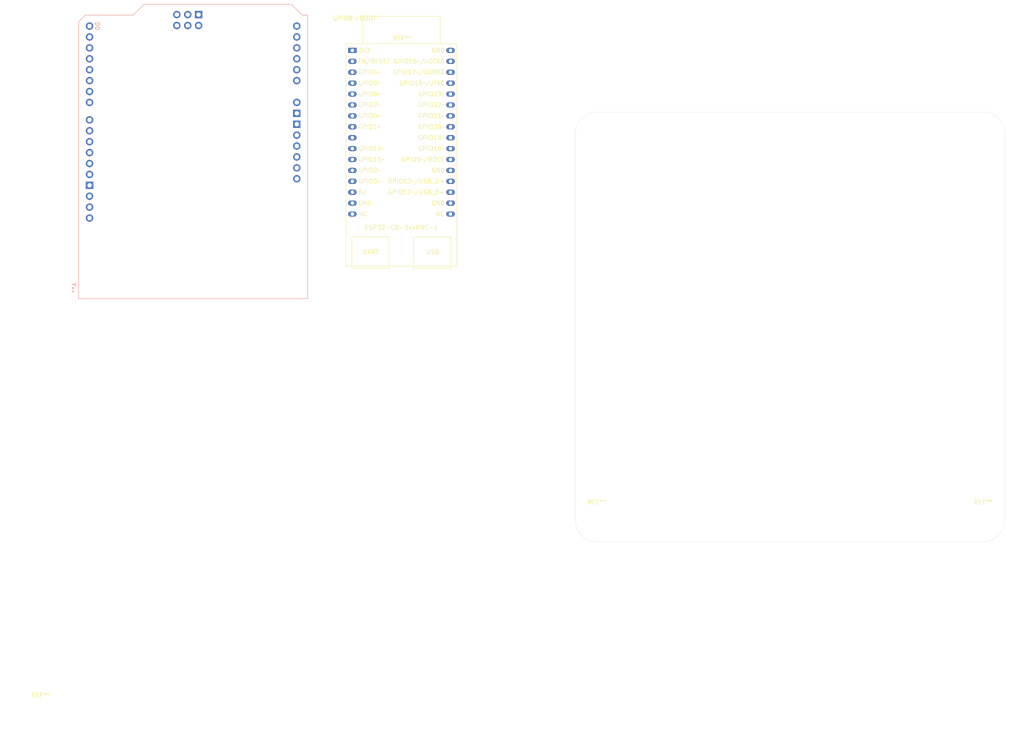
<source format=kicad_pcb>
(kicad_pcb (version 20240108) (generator "pcbnew") (generator_version "8.0")
  (layers (0 "F.Cu" signal) (31 "B.Cu" signal) (34 "B.Paste" user) (35 "F.Paste" user) (36 "B.SilkS" user "B.Silkscreen") (37 "F.SilkS" user "F.Silkscreen") (38 "B.Mask" user) (39 "F.Mask" user) (44 "Edge.Cuts" user))
  (net 0 "")
  (footprint "Espressif:ESP32-C6-DevKitC-1" (layer "F.Cu") (at 98.07 35.62346)
    (property "Reference" "REF**" (at 11.6078 -2.8448 0) (layer "F.SilkS"))
    (property "Value" "ESP32-C6-DevKitC-1" (at 11.43 41.2242 180) (layer "F.SilkS"))
    (fp_line (start -1.5 -1.575) (end -1.5 50.225) (stroke (width 0.12)) (layer "F.SilkS"))
    (fp_line (start -1.5 50.225) (end 24.359999 50.225) (stroke (width 0.12)) (layer "F.SilkS"))
    (fp_line (start 2.46012 -7.94532) (end 20.44332 -7.94532) (stroke (width 0.12)) (layer "F.SilkS"))
    (fp_line (start 2.46012 -1.59532) (end 2.46012 -7.94532) (stroke (width 0.12)) (layer "F.SilkS"))
    (fp_line (start 20.44332 -7.94532) (end 20.44332 -1.59532) (stroke (width 0.12)) (layer "F.SilkS"))
    (fp_line (start 24.359999 50.225) (end 24.36 -1.575) (stroke (width 0.12)) (layer "F.SilkS"))
    (fp_line (start 24.36 -1.575) (end -1.499999 -1.575) (stroke (width 0.12)) (layer "F.SilkS"))
    (fp_rect (start -0.0998 43.4086) (end 8.5362 50.6984) (stroke (width 0.12)) (fill none) (layer "F.SilkS"))
    (fp_rect (start 14.3002 43.4086) (end 22.9362 50.6984) (stroke (width 0.12)) (fill none) (layer "F.SilkS"))
    (fp_text user "GPIO19~" (at 21.59 20.32 0) (layer "F.SilkS") (effects (justify right)))
    (fp_text user "GPIO18~" (at 21.59 22.86 0) (layer "F.SilkS") (effects (justify right)))
    (fp_text user "GPIO7~" (at 1.27 12.7 0) (layer "F.SilkS") (effects (justify left)))
    (fp_text user "GPIO4~" (at 1.27 5.08 0) (layer "F.SilkS") (effects (justify left)))
    (fp_text user "GND" (at 21.59 27.94 0) (layer "F.SilkS") (effects (justify right)))
    (fp_text user "GPIO1~" (at 1.27 17.78 0) (layer "F.SilkS") (effects (justify left)))
    (fp_text user "GPIO22~" (at 21.59 12.7 0) (layer "F.SilkS") (effects (justify right)))
    (fp_text user "GND" (at 1.27 35.56 0) (layer "F.SilkS") (effects (justify left)))
    (fp_text user "GPIO5~" (at 1.27 7.62 0) (layer "F.SilkS") (effects (justify left)))
    (fp_text user "GPIO15~/JTAG" (at 21.59 7.62 0) (layer "F.SilkS") (effects (justify right)))
    (fp_text user "GPIO0~" (at 1.27 15.24 0) (layer "F.SilkS") (effects (justify left)))
    (fp_text user "GPIO11~" (at 1.27 25.4 0) (layer "F.SilkS") (effects (justify left)))
    (fp_text user "GPIO23~" (at 21.59 10.16 0) (layer "F.SilkS") (effects (justify right)))
    (fp_text user "GPIO20~" (at 21.59 17.78 0) (layer "F.SilkS") (effects (justify right)))
    (fp_text user "UART" (at 4.3198 47.5234 0) (layer "F.SilkS") (effects (justify bottom)))
    (fp_text user "NC" (at 21.59 38.1 0) (layer "F.SilkS") (effects (justify right)))
    (fp_text user "NC" (at 1.27 38.1 0) (layer "F.SilkS") (effects (justify left)))
    (fp_text user "GND" (at 21.59 35.56 0) (layer "F.SilkS") (effects (justify right)))
    (fp_text user "GPIO17~/U0RXD" (at 21.59 5.08 0) (layer "F.SilkS") (effects (justify right)))
    (fp_text user "GPIO16~/U0TXD" (at 21.59 2.54 0) (layer "F.SilkS") (effects (justify right)))
    (fp_text user "GPIO8~/BOOT" (at -4.64 -7.52 0) (layer "F.SilkS") (effects (justify left)))
    (fp_text user "USB" (at 18.7198 47.5234 0) (layer "F.SilkS") (effects (justify bottom)))
    (fp_text user "GPIO2~" (at 1.27 27.94 0) (layer "F.SilkS") (effects (justify left)))
    (fp_text user "GPIO10~" (at 1.27 22.86 0) (layer "F.SilkS") (effects (justify left)))
    (fp_text user "GPIO12~/USB_D-" (at 21.59 33.02 0) (layer "F.SilkS") (effects (justify right)))
    (fp_text user "GPIO13~/USB_D+" (at 21.59 30.48 0) (layer "F.SilkS") (effects (justify right)))
    (fp_text user "GPIO3~" (at 1.27 30.48 0) (layer "F.SilkS") (effects (justify left)))
    (fp_text user "GPIO9~/BOOT" (at 21.59 25.4 0) (layer "F.SilkS") (effects (justify right)))
    (fp_text user "5V" (at 1.27 33.02 0) (layer "F.SilkS") (effects (justify left)))
    (fp_text user "GPIO6~" (at 1.27 10.16 0) (layer "F.SilkS") (effects (justify left)))
    (fp_text user "GND" (at 21.59 0 0) (layer "F.SilkS") (effects (justify right)))
    (fp_text user "EN/RESET" (at 8.88632 2.54 0) (layer "F.SilkS") (effects (justify right)))
    (fp_text user "GPIO21~" (at 21.59 15.24 0) (layer "F.SilkS") (effects (justify right)))
    (fp_text user "3V3" (at 1.27 0 0) (layer "F.SilkS") (effects (justify left)))
    (pad "1" thru_hole rect (at 0 0 270) (size 1.2 2) (drill 0.8) (layers "*.Cu" "*.Mask"))
    (pad "2" thru_hole oval (at 0 2.54 270) (size 1.2 2) (drill 0.8) (layers "*.Cu" "*.Mask"))
    (pad "3" thru_hole oval (at 0 5.08 270) (size 1.2 2) (drill 0.8) (layers "*.Cu" "*.Mask"))
    (pad "4" thru_hole oval (at 0 7.62 270) (size 1.2 2) (drill 0.8) (layers "*.Cu" "*.Mask"))
    (pad "5" thru_hole oval (at 0 10.16 270) (size 1.2 2) (drill 0.8) (layers "*.Cu" "*.Mask"))
    (pad "6" thru_hole oval (at 0 12.7 270) (size 1.2 2) (drill 0.8) (layers "*.Cu" "*.Mask"))
    (pad "7" thru_hole oval (at 0 15.24 270) (size 1.2 2) (drill 0.8) (layers "*.Cu" "*.Mask"))
    (pad "8" thru_hole oval (at 0 17.78 270) (size 1.2 2) (drill 0.8) (layers "*.Cu" "*.Mask"))
    (pad "9" thru_hole oval (at 0 20.32 270) (size 1.2 2) (drill 0.8) (layers "*.Cu" "*.Mask"))
    (pad "10" thru_hole oval (at 0 22.86 270) (size 1.2 2) (drill 0.8) (layers "*.Cu" "*.Mask"))
    (pad "11" thru_hole oval (at 0 25.4 270) (size 1.2 2) (drill 0.8) (layers "*.Cu" "*.Mask"))
    (pad "12" thru_hole oval (at 0 27.94 270) (size 1.2 2) (drill 0.8) (layers "*.Cu" "*.Mask"))
    (pad "13" thru_hole oval (at 0 30.48 270) (size 1.2 2) (drill 0.8) (layers "*.Cu" "*.Mask"))
    (pad "14" thru_hole oval (at 0 33.02 270) (size 1.2 2) (drill 0.8) (layers "*.Cu" "*.Mask"))
    (pad "15" thru_hole oval (at 0 35.56 270) (size 1.2 2) (drill 0.8) (layers "*.Cu" "*.Mask"))
    (pad "16" thru_hole oval (at 0 38.1 270) (size 1.2 2) (drill 0.8) (layers "*.Cu" "*.Mask"))
    (pad "17" thru_hole oval (at 22.86 38.1 270) (size 1.2 2) (drill 0.8) (layers "*.Cu" "*.Mask"))
    (pad "18" thru_hole oval (at 22.86 35.56 270) (size 1.2 2) (drill 0.8) (layers "*.Cu" "*.Mask"))
    (pad "19" thru_hole oval (at 22.86 33.02 270) (size 1.2 2) (drill 0.8) (layers "*.Cu" "*.Mask"))
    (pad "20" thru_hole oval (at 22.86 30.48 270) (size 1.2 2) (drill 0.8) (layers "*.Cu" "*.Mask"))
    (pad "21" thru_hole oval (at 22.86 27.94 270) (size 1.2 2) (drill 0.8) (layers "*.Cu" "*.Mask"))
    (pad "22" thru_hole oval (at 22.86 25.4 270) (size 1.2 2) (drill 0.8) (layers "*.Cu" "*.Mask"))
    (pad "23" thru_hole oval (at 22.86 22.86 270) (size 1.2 2) (drill 0.8) (layers "*.Cu" "*.Mask"))
    (pad "24" thru_hole oval (at 22.86 20.32 270) (size 1.2 2) (drill 0.8) (layers "*.Cu" "*.Mask"))
    (pad "25" thru_hole oval (at 22.86 17.78 270) (size 1.2 2) (drill 0.8) (layers "*.Cu" "*.Mask"))
    (pad "26" thru_hole oval (at 22.86 15.24 270) (size 1.2 2) (drill 0.8) (layers "*.Cu" "*.Mask"))
    (pad "27" thru_hole oval (at 22.86 12.7 270) (size 1.2 2) (drill 0.8) (layers "*.Cu" "*.Mask"))
    (pad "28" thru_hole oval (at 22.86 10.16 270) (size 1.2 2) (drill 0.8) (layers "*.Cu" "*.Mask"))
    (pad "29" thru_hole oval (at 22.86 7.62 270) (size 1.2 2) (drill 0.8) (layers "*.Cu" "*.Mask"))
    (pad "30" thru_hole oval (at 22.86 5.08 270) (size 1.2 2) (drill 0.8) (layers "*.Cu" "*.Mask"))
    (pad "31" thru_hole oval (at 22.86 2.54 270) (size 1.2 2) (drill 0.8) (layers "*.Cu" "*.Mask"))
    (pad "32" thru_hole oval (at 22.86 0 270) (size 1.2 2) (drill 0.8) (layers "*.Cu" "*.Mask"))
  )
  (footprint "MountingHole:MountingHole_3.2mm_M3" (layer "F.Cu") (at 25.5 190)
    (property "Reference" "REF**" (at 0 -4.2 0) (layer "F.SilkS"))
    (property "Value" "MountingHole_3.2mm_M3")
    (pad "" np_thru_hole circle (at 0 0) (size 3.2 3.2) (drill 3.2) (layers "*.Cu" "*.Mask"))
  )
  (footprint "MountingHole:MountingHole_3.2mm_M3" (layer "F.Cu") (at 155 145)
    (property "Reference" "REF**" (at 0 -4.2 0) (layer "F.SilkS"))
    (property "Value" "MountingHole_3.2mm_M3")
    (pad "" np_thru_hole circle (at 0 0) (size 3.2 3.2) (drill 3.2) (layers "*.Cu" "*.Mask"))
  )
  (footprint "arduino-library:Arduino_Uno_R3_Shield" (layer "F.Cu") (at 87.67 93.450119 90)
    (property "Reference" "A**" (at 2.54 -54.356 -90) (layer "B.SilkS") (effects (justify mirror)))
    (property "Value" "Arduino_Uno_R3_Shield")
    (fp_line (start 64.516 -53.34) (end 66.04 -51.816) (stroke (width 0.15)) (layer "B.SilkS"))
    (fp_line (start 0 -53.34) (end 64.516 -53.34) (stroke (width 0.15)) (layer "B.SilkS"))
    (fp_line (start 0 -53.34) (end 0 0) (stroke (width 0.15)) (layer "B.SilkS"))
    (fp_line (start 66.04 -40.64) (end 66.04 -51.816) (stroke (width 0.15)) (layer "B.SilkS"))
    (fp_line (start 68.58 -38.1) (end 66.04 -40.64) (stroke (width 0.15)) (layer "B.SilkS"))
    (fp_line (start 68.58 -3.81) (end 68.58 -38.1) (stroke (width 0.15)) (layer "B.SilkS"))
    (fp_line (start 66.04 -1.27) (end 68.58 -3.81) (stroke (width 0.15)) (layer "B.SilkS"))
    (fp_line (start 66.04 0) (end 66.04 -1.27) (stroke (width 0.15)) (layer "B.SilkS"))
    (fp_line (start 0 0) (end 66.04 0) (stroke (width 0.15)) (layer "B.SilkS"))
    (fp_text user "." (at 62.484 -32.004 -90) (layer "B.SilkS"))
    (fp_text user "D0" (at 63.5 -48.895 90) (layer "B.SilkS") (effects (justify mirror)))
    (fp_text user "D0" (at 63.5 -48.895 90) (layer "F.SilkS"))
    (fp_text user "." (at 62.484 -32.004 -90) (layer "F.SilkS"))
    (pad "" np_thru_hole circle (at 13.97 -2.54 90) (size 3.2 3.2) (drill 3.2) (layers "*.Cu" "*.Mask"))
    (pad "" np_thru_hole circle (at 15.24 -50.8 90) (size 3.2 3.2) (drill 3.2) (layers "*.Cu" "*.Mask"))
    (pad "" thru_hole oval (at 27.94 -2.54 90) (size 1.7272 1.7272) (drill 1.016) (layers "*.Cu" "*.Mask"))
    (pad "" np_thru_hole circle (at 66.04 -35.56 90) (size 3.2 3.2) (drill 3.2) (layers "*.Cu" "*.Mask"))
    (pad "" np_thru_hole circle (at 66.04 -7.62 90) (size 3.2 3.2) (drill 3.2) (layers "*.Cu" "*.Mask"))
    (pad "3V3" thru_hole oval (at 35.56 -2.54 90) (size 1.7272 1.7272) (drill 1.016) (layers "*.Cu" "*.Mask"))
    (pad "5V1" thru_hole oval (at 38.1 -2.54 90) (size 1.7272 1.7272) (drill 1.016) (layers "*.Cu" "*.Mask"))
    (pad "5V2" thru_hole oval (at 66.167 -30.48 90) (size 1.7272 1.7272) (drill 1.016) (layers "*.Cu" "*.Mask"))
    (pad "A0" thru_hole oval (at 50.8 -2.54 90) (size 1.7272 1.7272) (drill 1.016) (layers "*.Cu" "*.Mask"))
    (pad "A1" thru_hole oval (at 53.34 -2.54 90) (size 1.7272 1.7272) (drill 1.016) (layers "*.Cu" "*.Mask"))
    (pad "A2" thru_hole oval (at 55.88 -2.54 90) (size 1.7272 1.7272) (drill 1.016) (layers "*.Cu" "*.Mask"))
    (pad "A3" thru_hole oval (at 58.42 -2.54 90) (size 1.7272 1.7272) (drill 1.016) (layers "*.Cu" "*.Mask"))
    (pad "A4" thru_hole oval (at 60.96 -2.54 90) (size 1.7272 1.7272) (drill 1.016) (layers "*.Cu" "*.Mask"))
    (pad "A5" thru_hole oval (at 63.5 -2.54 90) (size 1.7272 1.7272) (drill 1.016) (layers "*.Cu" "*.Mask"))
    (pad "AREF" thru_hole oval (at 23.876 -50.8 90) (size 1.7272 1.7272) (drill 1.016) (layers "*.Cu" "*.Mask"))
    (pad "D0" thru_hole oval (at 63.5 -50.8 90) (size 1.7272 1.7272) (drill 1.016) (layers "*.Cu" "*.Mask"))
    (pad "D1" thru_hole oval (at 60.96 -50.8 90) (size 1.7272 1.7272) (drill 1.016) (layers "*.Cu" "*.Mask"))
    (pad "D2" thru_hole oval (at 58.42 -50.8 90) (size 1.7272 1.7272) (drill 1.016) (layers "*.Cu" "*.Mask"))
    (pad "D3" thru_hole oval (at 55.88 -50.8 90) (size 1.7272 1.7272) (drill 1.016) (layers "*.Cu" "*.Mask"))
    (pad "D4" thru_hole oval (at 53.34 -50.8 90) (size 1.7272 1.7272) (drill 1.016) (layers "*.Cu" "*.Mask"))
    (pad "D5" thru_hole oval (at 50.8 -50.8 90) (size 1.7272 1.7272) (drill 1.016) (layers "*.Cu" "*.Mask"))
    (pad "D6" thru_hole oval (at 48.26 -50.8 90) (size 1.7272 1.7272) (drill 1.016) (layers "*.Cu" "*.Mask"))
    (pad "D7" thru_hole oval (at 45.72 -50.8 90) (size 1.7272 1.7272) (drill 1.016) (layers "*.Cu" "*.Mask"))
    (pad "D8" thru_hole oval (at 41.656 -50.8 90) (size 1.7272 1.7272) (drill 1.016) (layers "*.Cu" "*.Mask"))
    (pad "D9" thru_hole oval (at 39.116 -50.8 90) (size 1.7272 1.7272) (drill 1.016) (layers "*.Cu" "*.Mask"))
    (pad "D10" thru_hole oval (at 36.576 -50.8 90) (size 1.7272 1.7272) (drill 1.016) (layers "*.Cu" "*.Mask"))
    (pad "D11" thru_hole oval (at 34.036 -50.8 90) (size 1.7272 1.7272) (drill 1.016) (layers "*.Cu" "*.Mask"))
    (pad "D12" thru_hole oval (at 31.496 -50.8 90) (size 1.7272 1.7272) (drill 1.016) (layers "*.Cu" "*.Mask"))
    (pad "D13" thru_hole oval (at 28.956 -50.8 90) (size 1.7272 1.7272) (drill 1.016) (layers "*.Cu" "*.Mask"))
    (pad "GND1" thru_hole rect (at 26.416 -50.8 90) (size 1.7272 1.7272) (drill 1.016) (layers "*.Cu" "*.Mask"))
    (pad "GND2" thru_hole rect (at 40.64 -2.54 90) (size 1.7272 1.7272) (drill 1.016) (layers "*.Cu" "*.Mask"))
    (pad "GND3" thru_hole rect (at 43.18 -2.54 90) (size 1.7272 1.7272) (drill 1.016) (layers "*.Cu" "*.Mask"))
    (pad "GND4" thru_hole rect (at 66.167 -25.4 90) (size 1.7272 1.7272) (drill 1.016) (layers "*.Cu" "*.Mask"))
    (pad "IORF" thru_hole oval (at 30.48 -2.54 90) (size 1.7272 1.7272) (drill 1.016) (layers "*.Cu" "*.Mask"))
    (pad "MISO" thru_hole oval (at 63.627 -30.48 90) (size 1.7272 1.7272) (drill 1.016) (layers "*.Cu" "*.Mask"))
    (pad "MOSI" thru_hole oval (at 66.167 -27.94 90) (size 1.7272 1.7272) (drill 1.016) (layers "*.Cu" "*.Mask"))
    (pad "RST1" thru_hole oval (at 33.02 -2.54 90) (size 1.7272 1.7272) (drill 1.016) (layers "*.Cu" "*.Mask"))
    (pad "RST2" thru_hole oval (at 63.627 -25.4 90) (size 1.7272 1.7272) (drill 1.016) (layers "*.Cu" "*.Mask"))
    (pad "SCK" thru_hole oval (at 63.627 -27.94 90) (size 1.7272 1.7272) (drill 1.016) (layers "*.Cu" "*.Mask"))
    (pad "SCL" thru_hole oval (at 18.796 -50.8 90) (size 1.7272 1.7272) (drill 1.016) (layers "*.Cu" "*.Mask"))
    (pad "SDA" thru_hole oval (at 21.336 -50.8 90) (size 1.7272 1.7272) (drill 1.016) (layers "*.Cu" "*.Mask"))
    (pad "VIN" thru_hole oval (at 45.72 -2.54 90) (size 1.7272 1.7272) (drill 1.016) (layers "*.Cu" "*.Mask"))
  )
  (footprint "MountingHole:MountingHole_3.2mm_M3" (layer "F.Cu") (at 245 145)
    (property "Reference" "REF**" (at 0 -4.2 0) (layer "F.SilkS"))
    (property "Value" "MountingHole_3.2mm_M3")
    (pad "" np_thru_hole circle (at 0 0) (size 3.2 3.2) (drill 3.2) (layers "*.Cu" "*.Mask"))
  )
  (gr_arc (start 150 55) (mid 151.464466 51.464466) (end 155 50) (stroke (width 0.05)) (layer "Edge.Cuts"))
  (gr_line (start 245 150) (end 155 150) (stroke (width 0.05)) (layer "Edge.Cuts"))
  (gr_line (start 250 55) (end 250 145) (stroke (width 0.05)) (layer "Edge.Cuts"))
  (gr_arc (start 245 50) (mid 248.535534 51.464466) (end 250 55) (stroke (width 0.05)) (layer "Edge.Cuts"))
  (gr_line (start 155 50) (end 245 50) (stroke (width 0.05)) (layer "Edge.Cuts"))
  (gr_arc (start 250 145) (mid 248.535534 148.535534) (end 245 150) (stroke (width 0.05)) (layer "Edge.Cuts"))
  (gr_line (start 150 145) (end 150 55) (stroke (width 0.05)) (layer "Edge.Cuts"))
  (gr_arc (start 155 150) (mid 151.464466 148.535534) (end 150 145) (stroke (width 0.05)) (layer "Edge.Cuts"))
)
</source>
